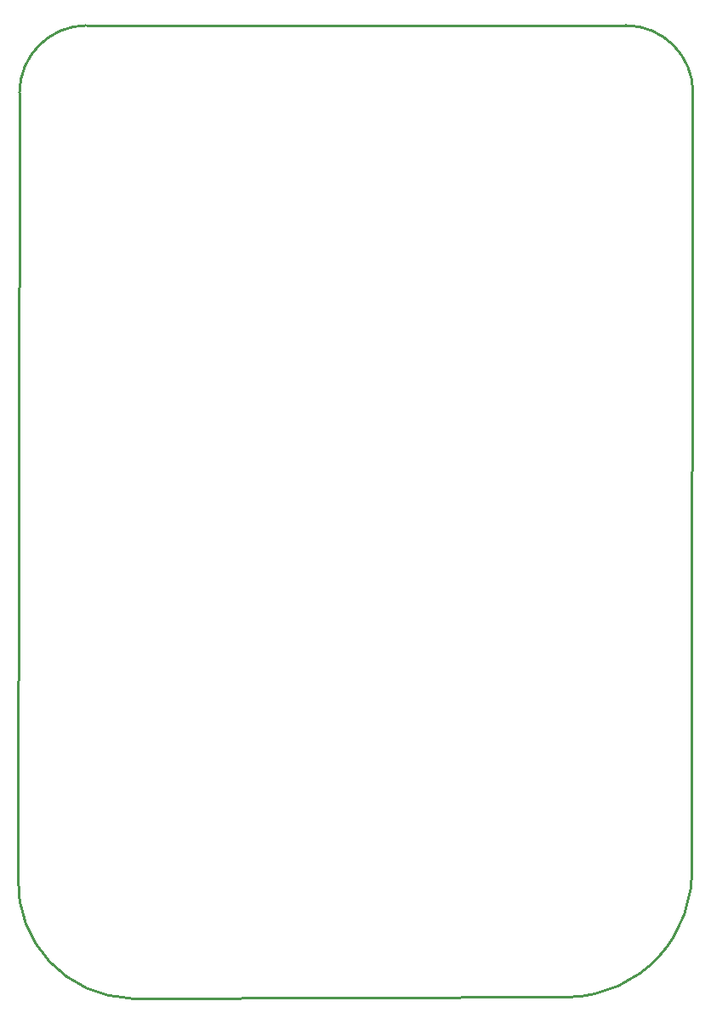
<source format=gko>
G04 Layer: BoardOutlineLayer*
G04 EasyEDA v6.5.22, 2023-03-28 13:18:53*
G04 9d449dd0c0e0408fbd9c808f7c3628e3,f128b93731b54af8bf61243348d08170,10*
G04 Gerber Generator version 0.2*
G04 Scale: 100 percent, Rotated: No, Reflected: No *
G04 Dimensions in inches *
G04 leading zeros omitted , absolute positions ,3 integer and 6 decimal *
%FSLAX36Y36*%
%MOIN*%

%ADD10C,0.0100*%
D10*
X955000Y-5000D02*
G01*
X960000Y3070999D01*
X1223999Y3335000D02*
G01*
X3336000Y3335000D01*
X3115000Y-470000D02*
G01*
X1396616Y-475050D01*
X3596000Y3100999D02*
G01*
X3595000Y50000D01*
G75*
G01*
X955000Y-5000D02*
G03*
X1396616Y-475050I455000J-15000D01*
G75*
G01*
X3115000Y-470000D02*
G03*
X3594305Y48216I-10000J490015D01*
G75*
G01*
X960000Y3071000D02*
G02*
X1224000Y3335000I264000J0D01*
G75*
G01*
X3336000Y3335000D02*
G02*
X3600000Y3071000I0J-264000D01*

%LPD*%
M02*

</source>
